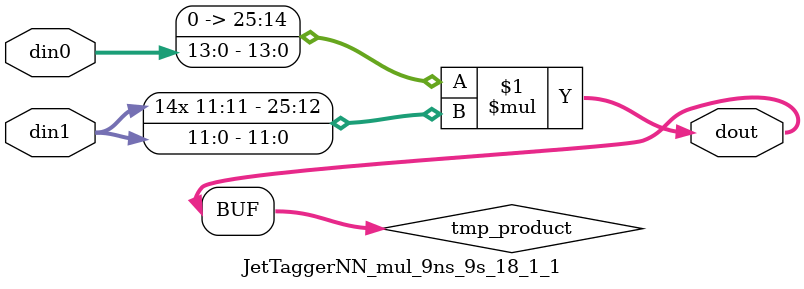
<source format=v>

`timescale 1 ns / 1 ps

  module JetTaggerNN_mul_9ns_9s_18_1_1(din0, din1, dout);
parameter ID = 1;
parameter NUM_STAGE = 0;
parameter din0_WIDTH = 14;
parameter din1_WIDTH = 12;
parameter dout_WIDTH = 26;

input [din0_WIDTH - 1 : 0] din0; 
input [din1_WIDTH - 1 : 0] din1; 
output [dout_WIDTH - 1 : 0] dout;

wire signed [dout_WIDTH - 1 : 0] tmp_product;











assign tmp_product = $signed({1'b0, din0}) * $signed(din1);










assign dout = tmp_product;







endmodule

</source>
